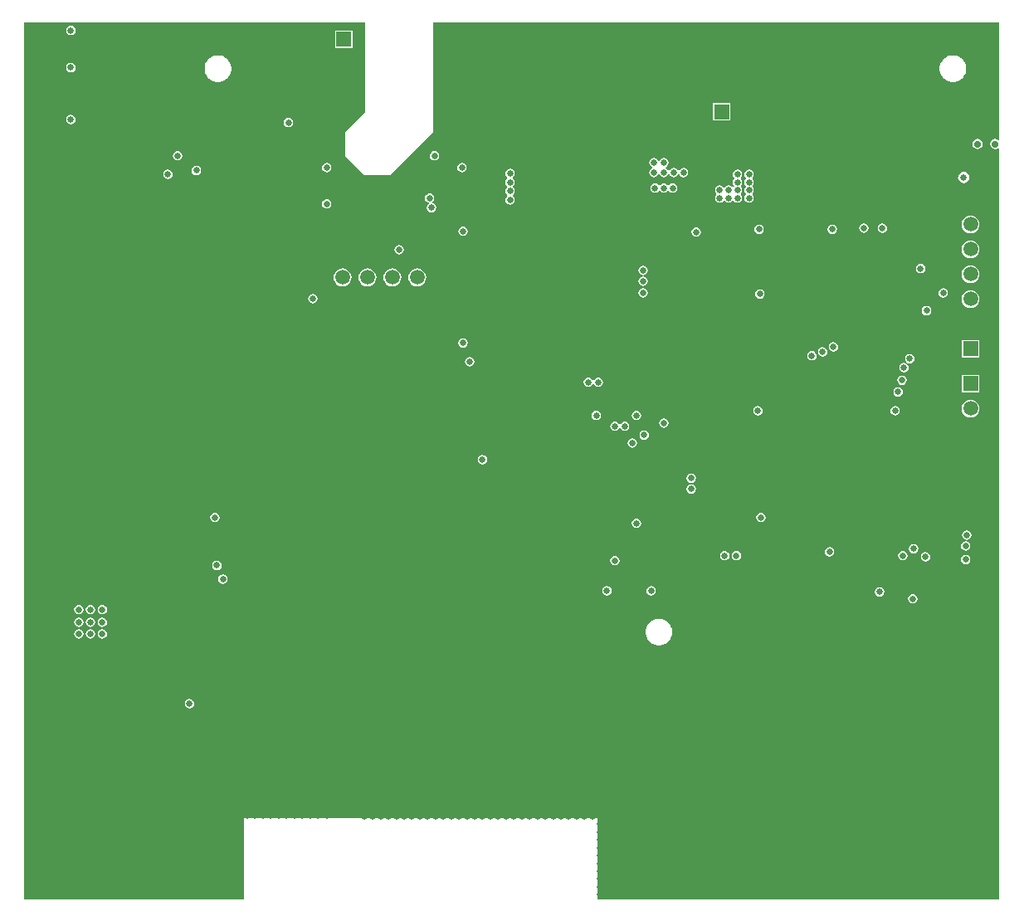
<source format=gbr>
%TF.GenerationSoftware,Altium Limited,Altium Designer,20.2.6 (244)*%
G04 Layer_Physical_Order=2*
G04 Layer_Color=36540*
%FSLAX45Y45*%
%MOMM*%
%TF.SameCoordinates,65E78103-6D03-462D-AAE3-041F84C347C7*%
%TF.FilePolarity,Positive*%
%TF.FileFunction,Copper,L2,Inr,Signal*%
%TF.Part,Single*%
G01*
G75*
%TA.AperFunction,Conductor*%
%ADD76C,0.30000*%
%TA.AperFunction,ComponentPad*%
%ADD80R,1.50000X1.50000*%
%ADD81C,1.50000*%
%ADD82C,0.70000*%
%ADD83R,1.50000X1.50000*%
%TA.AperFunction,ViaPad*%
%ADD84C,0.65000*%
G36*
X9974512Y7776301D02*
X9961812Y7770081D01*
X9949899Y7778041D01*
X9930000Y7781999D01*
X9910101Y7778041D01*
X9893231Y7766769D01*
X9881959Y7749899D01*
X9878001Y7730000D01*
X9881959Y7710101D01*
X9893231Y7693231D01*
X9910101Y7681959D01*
X9930000Y7678001D01*
X9949899Y7681959D01*
X9961812Y7689919D01*
X9974512Y7683699D01*
Y7100000D01*
D01*
X9974512Y25488D01*
X5870000D01*
Y850000D01*
X2270000D01*
Y25488D01*
X25488D01*
Y7100001D01*
Y8974511D01*
X3500000D01*
Y8050000D01*
X3300000Y7850000D01*
Y7600000D01*
X3490000Y7410000D01*
X3760000Y7410000D01*
X4200000Y7850000D01*
Y8974511D01*
X9974512D01*
Y7776301D01*
D02*
G37*
%LPC*%
G36*
X500000Y8938431D02*
X481466Y8934744D01*
X465754Y8924246D01*
X455256Y8908534D01*
X451569Y8890000D01*
X455256Y8871466D01*
X465754Y8855754D01*
X481466Y8845256D01*
X500000Y8841569D01*
X518534Y8845256D01*
X534246Y8855754D01*
X544744Y8871466D01*
X548431Y8890000D01*
X544744Y8908534D01*
X534246Y8924246D01*
X518534Y8934744D01*
X500000Y8938431D01*
D02*
G37*
G36*
X3374000Y8890000D02*
X3194000D01*
Y8710000D01*
X3374000D01*
Y8890000D01*
D02*
G37*
G36*
X500000Y8558431D02*
X481466Y8554744D01*
X465754Y8544246D01*
X455256Y8528534D01*
X451569Y8510000D01*
X455256Y8491466D01*
X465754Y8475754D01*
X481466Y8465256D01*
X500000Y8461569D01*
X518534Y8465256D01*
X534246Y8475754D01*
X544744Y8491466D01*
X548431Y8510000D01*
X544744Y8528534D01*
X534246Y8544246D01*
X518534Y8554744D01*
X500000Y8558431D01*
D02*
G37*
G36*
X9510834Y8635490D02*
X9489166D01*
X9486704Y8635000D01*
X9484193D01*
X9462941Y8630773D01*
X9460622Y8629812D01*
X9458160Y8629322D01*
X9438141Y8621030D01*
X9436054Y8619636D01*
X9433734Y8618675D01*
X9415718Y8606636D01*
X9413943Y8604861D01*
X9411855Y8603466D01*
X9396533Y8588145D01*
X9395138Y8586057D01*
X9393363Y8584282D01*
X9381325Y8566266D01*
X9380365Y8563947D01*
X9378970Y8561859D01*
X9370678Y8541840D01*
X9370188Y8539378D01*
X9369227Y8537058D01*
X9365000Y8515806D01*
Y8513296D01*
X9364510Y8510834D01*
Y8489166D01*
X9365000Y8486704D01*
Y8484193D01*
X9369227Y8462941D01*
X9370188Y8460622D01*
X9370678Y8458160D01*
X9378970Y8438141D01*
X9380364Y8436054D01*
X9381325Y8433734D01*
X9393363Y8415718D01*
X9395138Y8413943D01*
X9396533Y8411855D01*
X9411855Y8396533D01*
X9413943Y8395138D01*
X9415718Y8393363D01*
X9433734Y8381325D01*
X9436053Y8380365D01*
X9438141Y8378970D01*
X9458159Y8370678D01*
X9460622Y8370188D01*
X9462941Y8369227D01*
X9484193Y8365000D01*
X9486704D01*
X9489166Y8364510D01*
X9510834D01*
X9513296Y8365000D01*
X9515806D01*
X9537058Y8369227D01*
X9539378Y8370188D01*
X9541840Y8370678D01*
X9561859Y8378970D01*
X9563946Y8380364D01*
X9566266Y8381325D01*
X9584282Y8393363D01*
X9586057Y8395138D01*
X9588145Y8396533D01*
X9603466Y8411855D01*
X9604861Y8413943D01*
X9606636Y8415718D01*
X9618674Y8433734D01*
X9619635Y8436053D01*
X9621030Y8438141D01*
X9629322Y8458159D01*
X9629812Y8460622D01*
X9630773Y8462941D01*
X9635000Y8484193D01*
Y8486704D01*
X9635490Y8489166D01*
Y8510834D01*
X9635000Y8513296D01*
Y8515807D01*
X9630773Y8537059D01*
X9629812Y8539378D01*
X9629322Y8541840D01*
X9621030Y8561859D01*
X9619636Y8563946D01*
X9618675Y8566266D01*
X9606636Y8584282D01*
X9604861Y8586057D01*
X9603466Y8588145D01*
X9588145Y8603466D01*
X9586057Y8604861D01*
X9584282Y8606636D01*
X9566266Y8618674D01*
X9563947Y8619635D01*
X9561859Y8621030D01*
X9541840Y8629322D01*
X9539378Y8629812D01*
X9537059Y8630773D01*
X9515807Y8635000D01*
X9513296D01*
X9510834Y8635490D01*
D02*
G37*
G36*
X2010834D02*
X1989166D01*
X1986704Y8635000D01*
X1984193D01*
X1962941Y8630773D01*
X1960622Y8629812D01*
X1958160Y8629322D01*
X1938141Y8621030D01*
X1936054Y8619636D01*
X1933734Y8618675D01*
X1915718Y8606636D01*
X1913943Y8604861D01*
X1911855Y8603466D01*
X1896533Y8588145D01*
X1895138Y8586057D01*
X1893363Y8584282D01*
X1881325Y8566266D01*
X1880365Y8563947D01*
X1878970Y8561859D01*
X1870678Y8541840D01*
X1870188Y8539378D01*
X1869227Y8537058D01*
X1865000Y8515806D01*
Y8513296D01*
X1864510Y8510834D01*
Y8489166D01*
X1865000Y8486704D01*
Y8484193D01*
X1869227Y8462941D01*
X1870188Y8460622D01*
X1870678Y8458160D01*
X1878970Y8438141D01*
X1880364Y8436054D01*
X1881325Y8433734D01*
X1893363Y8415718D01*
X1895138Y8413943D01*
X1896533Y8411855D01*
X1911855Y8396533D01*
X1913943Y8395138D01*
X1915718Y8393363D01*
X1933734Y8381325D01*
X1936053Y8380365D01*
X1938141Y8378970D01*
X1958159Y8370678D01*
X1960622Y8370188D01*
X1962941Y8369227D01*
X1984193Y8365000D01*
X1986704D01*
X1989166Y8364510D01*
X2010834D01*
X2013296Y8365000D01*
X2015806D01*
X2037058Y8369227D01*
X2039378Y8370188D01*
X2041840Y8370678D01*
X2061859Y8378970D01*
X2063946Y8380364D01*
X2066266Y8381325D01*
X2084282Y8393363D01*
X2086057Y8395138D01*
X2088145Y8396533D01*
X2103466Y8411855D01*
X2104861Y8413943D01*
X2106636Y8415718D01*
X2118674Y8433734D01*
X2119635Y8436053D01*
X2121030Y8438141D01*
X2129322Y8458159D01*
X2129812Y8460622D01*
X2130773Y8462941D01*
X2135000Y8484193D01*
Y8486704D01*
X2135490Y8489166D01*
Y8510834D01*
X2135000Y8513296D01*
Y8515807D01*
X2130773Y8537059D01*
X2129812Y8539378D01*
X2129322Y8541840D01*
X2121030Y8561859D01*
X2119636Y8563946D01*
X2118675Y8566266D01*
X2106636Y8584282D01*
X2104861Y8586057D01*
X2103466Y8588145D01*
X2088145Y8603466D01*
X2086057Y8604861D01*
X2084282Y8606636D01*
X2066266Y8618674D01*
X2063947Y8619635D01*
X2061859Y8621030D01*
X2041840Y8629322D01*
X2039378Y8629812D01*
X2037059Y8630773D01*
X2015807Y8635000D01*
X2013296D01*
X2010834Y8635490D01*
D02*
G37*
G36*
X7230000Y8150000D02*
X7050000D01*
Y7970000D01*
X7230000D01*
Y8150000D01*
D02*
G37*
G36*
X500000Y8028430D02*
X481466Y8024744D01*
X465754Y8014245D01*
X455256Y7998533D01*
X451569Y7980000D01*
X455256Y7961466D01*
X465754Y7945754D01*
X481466Y7935256D01*
X500000Y7931569D01*
X518534Y7935256D01*
X534246Y7945754D01*
X544744Y7961466D01*
X548431Y7980000D01*
X544744Y7998533D01*
X534246Y8014245D01*
X518534Y8024744D01*
X500000Y8028430D01*
D02*
G37*
G36*
X2720000Y7998431D02*
X2701466Y7994744D01*
X2685754Y7984246D01*
X2675256Y7968534D01*
X2671569Y7950000D01*
X2675256Y7931466D01*
X2685754Y7915755D01*
X2701466Y7905256D01*
X2720000Y7901569D01*
X2738534Y7905256D01*
X2754245Y7915755D01*
X2764744Y7931466D01*
X2768431Y7950000D01*
X2764744Y7968534D01*
X2754245Y7984246D01*
X2738534Y7994744D01*
X2720000Y7998431D01*
D02*
G37*
G36*
X9750000Y7781999D02*
X9730101Y7778041D01*
X9713231Y7766769D01*
X9701959Y7749899D01*
X9698001Y7730000D01*
X9701959Y7710101D01*
X9713231Y7693231D01*
X9730101Y7681959D01*
X9750000Y7678001D01*
X9769899Y7681959D01*
X9786769Y7693231D01*
X9798041Y7710101D01*
X9801999Y7730000D01*
X9798041Y7749899D01*
X9786769Y7766769D01*
X9769899Y7778041D01*
X9750000Y7781999D01*
D02*
G37*
G36*
X4210000Y7658431D02*
X4191466Y7654744D01*
X4175754Y7644246D01*
X4165256Y7628534D01*
X4161569Y7610000D01*
X4165256Y7591466D01*
X4175754Y7575754D01*
X4191466Y7565256D01*
X4210000Y7561569D01*
X4228534Y7565256D01*
X4244246Y7575754D01*
X4254744Y7591466D01*
X4258431Y7610000D01*
X4254744Y7628534D01*
X4244246Y7644246D01*
X4228534Y7654744D01*
X4210000Y7658431D01*
D02*
G37*
G36*
X1590000D02*
X1571467Y7654744D01*
X1555755Y7644246D01*
X1545256Y7628534D01*
X1541569Y7610000D01*
X1545256Y7591466D01*
X1555755Y7575754D01*
X1571467Y7565256D01*
X1590000Y7561569D01*
X1608534Y7565256D01*
X1624246Y7575754D01*
X1634744Y7591466D01*
X1638431Y7610000D01*
X1634744Y7628534D01*
X1624246Y7644246D01*
X1608534Y7654744D01*
X1590000Y7658431D01*
D02*
G37*
G36*
X6550000Y7588431D02*
X6531466Y7584744D01*
X6515755Y7574245D01*
X6507056Y7561227D01*
X6502394Y7560207D01*
X6497606D01*
X6492944Y7561227D01*
X6484246Y7574245D01*
X6468534Y7584744D01*
X6450000Y7588431D01*
X6431466Y7584744D01*
X6415755Y7574245D01*
X6405256Y7558534D01*
X6401569Y7540000D01*
X6405256Y7521466D01*
X6415755Y7505754D01*
X6428773Y7497056D01*
X6429792Y7492395D01*
Y7487605D01*
X6428773Y7482944D01*
X6415755Y7474246D01*
X6405256Y7458534D01*
X6401569Y7440000D01*
X6405256Y7421466D01*
X6412918Y7410000D01*
D01*
X6415755Y7405755D01*
X6431466Y7395256D01*
X6450000Y7391569D01*
X6468534Y7395256D01*
X6484246Y7405755D01*
X6492944Y7418773D01*
X6497606Y7419793D01*
X6502394D01*
X6507056Y7418773D01*
X6512918Y7409999D01*
X6515755Y7405755D01*
X6531466Y7395256D01*
X6550000Y7391569D01*
X6568534Y7395256D01*
X6584246Y7405755D01*
X6592944Y7418773D01*
X6597605Y7419792D01*
X6602395D01*
X6607056Y7418773D01*
X6612918Y7409999D01*
D01*
X6615754Y7405755D01*
X6631466Y7395256D01*
X6650000Y7391569D01*
X6668534Y7395256D01*
X6684245Y7405755D01*
D01*
X6687082Y7409999D01*
X6692944Y7418773D01*
X6697606Y7419793D01*
X6702394D01*
X6707056Y7418773D01*
X6712918Y7409999D01*
D01*
X6715754Y7405755D01*
X6731466Y7395256D01*
X6750000Y7391569D01*
X6768534Y7395256D01*
X6784246Y7405755D01*
D01*
X6787082Y7409999D01*
D01*
X6794744Y7421466D01*
X6798431Y7440000D01*
X6794744Y7458534D01*
X6784246Y7474246D01*
X6768534Y7484744D01*
X6750000Y7488431D01*
X6731466Y7484744D01*
X6715754Y7474246D01*
X6707056Y7461227D01*
X6702394Y7460208D01*
X6697606D01*
X6692944Y7461227D01*
X6684245Y7474246D01*
X6668534Y7484744D01*
X6650000Y7488431D01*
X6631466Y7484744D01*
X6615754Y7474246D01*
X6607056Y7461228D01*
X6602395Y7460208D01*
X6597605D01*
X6592944Y7461228D01*
X6584246Y7474246D01*
X6571228Y7482944D01*
X6570208Y7487605D01*
Y7492395D01*
X6571228Y7497056D01*
X6584246Y7505754D01*
X6594744Y7521466D01*
X6598431Y7540000D01*
X6594744Y7558534D01*
X6584246Y7574245D01*
X6568534Y7584744D01*
X6550000Y7588431D01*
D02*
G37*
G36*
X4490000Y7538431D02*
X4471466Y7534744D01*
X4455754Y7524246D01*
X4445256Y7508534D01*
X4441569Y7490000D01*
X4445256Y7471466D01*
X4455754Y7455754D01*
X4471466Y7445256D01*
X4490000Y7441569D01*
X4508534Y7445256D01*
X4524245Y7455754D01*
X4534744Y7471466D01*
X4538431Y7490000D01*
X4534744Y7508534D01*
X4524245Y7524246D01*
X4508534Y7534744D01*
X4490000Y7538431D01*
D02*
G37*
G36*
X3110000D02*
X3091466Y7534744D01*
X3075754Y7524246D01*
X3065256Y7508534D01*
X3061569Y7490000D01*
X3065256Y7471466D01*
X3075754Y7455754D01*
X3091466Y7445256D01*
X3110000Y7441569D01*
X3128533Y7445256D01*
X3144245Y7455754D01*
X3154744Y7471466D01*
X3158431Y7490000D01*
X3154744Y7508534D01*
X3144245Y7524246D01*
X3128533Y7534744D01*
X3110000Y7538431D01*
D02*
G37*
G36*
X1780000Y7508430D02*
X1761466Y7504744D01*
X1745754Y7494245D01*
X1735256Y7478533D01*
X1731569Y7460000D01*
X1735256Y7441466D01*
X1745754Y7425754D01*
X1761466Y7415256D01*
X1780000Y7411569D01*
X1798534Y7415256D01*
X1814246Y7425754D01*
X1824744Y7441466D01*
X1828431Y7460000D01*
X1824744Y7478533D01*
X1814246Y7494245D01*
X1798534Y7504744D01*
X1780000Y7508430D01*
D02*
G37*
G36*
X7300000Y7468431D02*
X7281466Y7464744D01*
X7265754Y7454245D01*
X7255256Y7438534D01*
X7251569Y7420000D01*
X7253559Y7409999D01*
D01*
X7255256Y7401466D01*
X7265754Y7385755D01*
Y7374245D01*
X7255256Y7358533D01*
X7251569Y7340000D01*
X7255256Y7321466D01*
X7265754Y7305755D01*
Y7300990D01*
X7258571Y7293378D01*
X7244245Y7294246D01*
X7228534Y7304744D01*
X7210000Y7308431D01*
X7191466Y7304744D01*
X7175755Y7294246D01*
X7172637Y7289580D01*
X7157363D01*
X7154246Y7294246D01*
X7138534Y7304744D01*
X7120000Y7308431D01*
X7101466Y7304744D01*
X7085754Y7294246D01*
X7075256Y7278534D01*
X7071569Y7260000D01*
X7075256Y7241466D01*
X7085754Y7225754D01*
X7086320Y7225376D01*
Y7221564D01*
D01*
Y7212973D01*
X7084994Y7210988D01*
D01*
X7075822Y7197261D01*
X7072135Y7178728D01*
X7075822Y7160194D01*
X7086320Y7144482D01*
X7102032Y7133983D01*
X7120566Y7130297D01*
X7139099Y7133983D01*
X7154811Y7144482D01*
X7158071Y7149360D01*
X7173345D01*
X7175755Y7145755D01*
X7191466Y7135256D01*
X7210000Y7131569D01*
X7228534Y7135256D01*
X7244246Y7145755D01*
X7247363Y7150420D01*
X7262637D01*
X7265754Y7145754D01*
X7281466Y7135256D01*
X7300000Y7131569D01*
X7318533Y7135256D01*
X7334245Y7145754D01*
X7344744Y7161466D01*
X7348431Y7180000D01*
X7344744Y7198533D01*
X7334245Y7214245D01*
Y7225755D01*
X7344744Y7241466D01*
X7348431Y7260000D01*
X7344744Y7278534D01*
X7334245Y7294245D01*
Y7305755D01*
X7344744Y7321466D01*
X7348431Y7340000D01*
X7344744Y7358533D01*
X7334245Y7374245D01*
Y7385755D01*
X7344744Y7401466D01*
X7345597Y7405755D01*
X7346441Y7409999D01*
D01*
X7348431Y7420000D01*
X7344744Y7438534D01*
X7334245Y7454245D01*
X7318533Y7464744D01*
X7300000Y7468431D01*
D02*
G37*
G36*
X1490000D02*
X1471466Y7464744D01*
X1455755Y7454245D01*
X1445256Y7438534D01*
X1441569Y7420000D01*
X1443558Y7410000D01*
D01*
X1445256Y7401466D01*
X1455755Y7385754D01*
X1471466Y7375256D01*
X1490000Y7371569D01*
X1508534Y7375256D01*
X1524246Y7385754D01*
X1534744Y7401466D01*
X1538431Y7420000D01*
X1534744Y7438534D01*
X1524246Y7454245D01*
X1508534Y7464744D01*
X1490000Y7468431D01*
D02*
G37*
G36*
X9610000Y7448626D02*
X9587565Y7444164D01*
X9568545Y7431455D01*
X9555836Y7412435D01*
X9553399Y7400182D01*
D01*
X9551374Y7390000D01*
X9555836Y7367565D01*
X9568545Y7348545D01*
X9587565Y7335836D01*
X9610000Y7331373D01*
X9632435Y7335836D01*
X9651455Y7348545D01*
X9664164Y7367565D01*
X9668627Y7390000D01*
X9668102Y7392637D01*
X9666601Y7400182D01*
D01*
X9664164Y7412435D01*
X9651455Y7431455D01*
X9632435Y7444164D01*
X9610000Y7448626D01*
D02*
G37*
G36*
X6640000Y7328431D02*
X6621466Y7324744D01*
X6605754Y7314245D01*
X6602637Y7309581D01*
X6587363D01*
X6584246Y7314245D01*
X6568534Y7324744D01*
X6550000Y7328431D01*
X6531466Y7324744D01*
X6515755Y7314245D01*
X6512637Y7309580D01*
X6497363D01*
X6494246Y7314245D01*
X6478534Y7324744D01*
X6460000Y7328431D01*
X6441466Y7324744D01*
X6425754Y7314245D01*
X6415256Y7298534D01*
X6411569Y7280000D01*
X6415256Y7261466D01*
X6425754Y7245754D01*
X6441466Y7235256D01*
X6460000Y7231569D01*
X6478534Y7235256D01*
X6494246Y7245754D01*
X6497363Y7250420D01*
X6512637D01*
X6515755Y7245754D01*
X6531466Y7235256D01*
X6550000Y7231569D01*
X6568534Y7235256D01*
X6584246Y7245754D01*
X6587363Y7250419D01*
X6602637D01*
X6605754Y7245754D01*
X6621466Y7235256D01*
X6640000Y7231569D01*
X6658534Y7235256D01*
X6674245Y7245754D01*
X6684744Y7261466D01*
X6688431Y7280000D01*
X6684744Y7298534D01*
X6674245Y7314245D01*
X6658534Y7324744D01*
X6640000Y7328431D01*
D02*
G37*
G36*
X7420000Y7468431D02*
X7401466Y7464744D01*
X7385754Y7454245D01*
X7375256Y7438534D01*
X7371569Y7420000D01*
X7373559Y7409999D01*
D01*
X7375256Y7401466D01*
X7385754Y7385755D01*
Y7374245D01*
X7375256Y7358533D01*
X7371569Y7340000D01*
X7375256Y7321466D01*
X7385754Y7305755D01*
Y7294245D01*
X7375256Y7278534D01*
X7371569Y7260000D01*
X7375256Y7241466D01*
X7385754Y7225755D01*
Y7214245D01*
X7375256Y7198533D01*
X7371569Y7180000D01*
X7375256Y7161466D01*
X7385754Y7145754D01*
X7401466Y7135256D01*
X7420000Y7131569D01*
X7438534Y7135256D01*
X7454245Y7145754D01*
X7464744Y7161466D01*
X7468431Y7180000D01*
X7464744Y7198533D01*
X7454245Y7214245D01*
Y7225755D01*
X7464744Y7241466D01*
X7468431Y7260000D01*
X7464744Y7278534D01*
X7454245Y7294245D01*
Y7305755D01*
X7464744Y7321466D01*
X7468431Y7340000D01*
X7464744Y7358533D01*
X7454245Y7374245D01*
Y7385755D01*
X7464744Y7401466D01*
X7465597Y7405755D01*
X7466441Y7409999D01*
X7468431Y7420000D01*
X7464744Y7438534D01*
X7454245Y7454245D01*
X7438534Y7464744D01*
X7420000Y7468431D01*
D02*
G37*
G36*
X4980000Y7478431D02*
X4961466Y7474744D01*
X4945754Y7464246D01*
X4935256Y7448534D01*
X4931569Y7430000D01*
X4935256Y7411467D01*
X4945754Y7395755D01*
X4950420Y7392637D01*
Y7377363D01*
X4945754Y7374246D01*
X4935256Y7358534D01*
X4931569Y7340000D01*
X4935256Y7321466D01*
X4945754Y7305755D01*
X4950420Y7302637D01*
Y7287363D01*
X4945754Y7284246D01*
X4935256Y7268534D01*
X4931569Y7250000D01*
X4935256Y7231466D01*
X4945754Y7215754D01*
X4950420Y7212637D01*
Y7197363D01*
X4945754Y7194245D01*
X4935256Y7178534D01*
X4931569Y7160000D01*
X4935256Y7141466D01*
X4945754Y7125754D01*
X4961466Y7115256D01*
X4973475Y7112867D01*
D01*
X4980000Y7111569D01*
X4998534Y7115256D01*
X5014245Y7125754D01*
X5024744Y7141466D01*
X5028431Y7160000D01*
X5024744Y7178534D01*
X5014245Y7194245D01*
X5009580Y7197363D01*
Y7212637D01*
X5014245Y7215754D01*
X5024744Y7231466D01*
X5028431Y7250000D01*
X5024744Y7268534D01*
X5014245Y7284246D01*
X5009580Y7287363D01*
Y7302637D01*
X5014245Y7305755D01*
X5024744Y7321466D01*
X5028431Y7340000D01*
X5024744Y7358534D01*
X5014245Y7374246D01*
X5009580Y7377363D01*
Y7392637D01*
X5014245Y7395755D01*
X5020927Y7405755D01*
X5024744Y7411467D01*
X5028431Y7430000D01*
X5024744Y7448534D01*
X5014245Y7464246D01*
X4998534Y7474744D01*
X4980000Y7478431D01*
D02*
G37*
G36*
X4160000Y7228431D02*
X4141466Y7224744D01*
X4125755Y7214246D01*
X4115256Y7198534D01*
X4111569Y7180000D01*
X4115256Y7161467D01*
X4125755Y7145755D01*
X4141466Y7135256D01*
X4151386Y7133283D01*
D01*
D01*
X4154068Y7119801D01*
D01*
D01*
X4145754Y7114246D01*
X4136236Y7100000D01*
D01*
X4135256Y7098534D01*
X4131569Y7080000D01*
X4135256Y7061466D01*
X4145754Y7045755D01*
X4161466Y7035256D01*
X4180000Y7031569D01*
X4198534Y7035256D01*
X4214246Y7045755D01*
X4224744Y7061466D01*
X4228431Y7080000D01*
X4224744Y7098534D01*
X4223764Y7100000D01*
D01*
X4214246Y7114246D01*
X4198534Y7124744D01*
X4188614Y7126717D01*
X4185932Y7140200D01*
D01*
D01*
X4194246Y7145755D01*
X4204744Y7161467D01*
X4208431Y7180000D01*
X4204744Y7198534D01*
X4194246Y7214246D01*
X4178534Y7224744D01*
X4160000Y7228431D01*
D02*
G37*
G36*
X3110000Y7168431D02*
X3091466Y7164744D01*
X3075754Y7154246D01*
X3065256Y7138534D01*
X3061569Y7120000D01*
X3065256Y7101466D01*
X3075754Y7085754D01*
X3091466Y7075256D01*
X3110000Y7071569D01*
X3128533Y7075256D01*
X3144245Y7085754D01*
X3154744Y7101466D01*
X3158431Y7120000D01*
X3154744Y7138534D01*
X3144245Y7154246D01*
X3128533Y7164744D01*
X3110000Y7168431D01*
D02*
G37*
G36*
X8780000Y6918431D02*
X8761466Y6914744D01*
X8745754Y6904246D01*
X8735256Y6888534D01*
X8731569Y6870000D01*
X8735256Y6851466D01*
X8745754Y6835754D01*
X8761466Y6825256D01*
X8780000Y6821569D01*
X8798534Y6825256D01*
X8814246Y6835754D01*
X8824744Y6851466D01*
X8828431Y6870000D01*
X8824744Y6888534D01*
X8814246Y6904246D01*
X8798534Y6914744D01*
X8780000Y6918431D01*
D02*
G37*
G36*
X8590000D02*
X8571466Y6914744D01*
X8555755Y6904246D01*
X8545256Y6888534D01*
X8541569Y6870000D01*
X8545256Y6851466D01*
X8555755Y6835754D01*
X8571466Y6825256D01*
X8590000Y6821569D01*
X8608534Y6825256D01*
X8624246Y6835754D01*
X8634744Y6851466D01*
X8638431Y6870000D01*
X8634744Y6888534D01*
X8624246Y6904246D01*
X8608534Y6914744D01*
X8590000Y6918431D01*
D02*
G37*
G36*
X9680000Y7000776D02*
X9656505Y6997683D01*
X9634612Y6988614D01*
X9615811Y6974188D01*
X9601385Y6955388D01*
X9592317Y6933495D01*
X9589224Y6910000D01*
X9592317Y6886505D01*
X9601385Y6864612D01*
X9615811Y6845811D01*
X9634612Y6831385D01*
X9656505Y6822317D01*
X9680000Y6819224D01*
X9703495Y6822317D01*
X9725388Y6831385D01*
X9744189Y6845811D01*
X9758614Y6864612D01*
X9767683Y6886505D01*
X9770776Y6910000D01*
X9767683Y6933495D01*
X9758614Y6955388D01*
X9744189Y6974188D01*
X9725388Y6988614D01*
X9703495Y6997683D01*
X9680000Y7000776D01*
D02*
G37*
G36*
X8270000Y6908431D02*
X8251466Y6904744D01*
X8235754Y6894246D01*
X8225256Y6878534D01*
X8221569Y6860000D01*
X8225256Y6841466D01*
X8235754Y6825754D01*
X8251466Y6815256D01*
X8270000Y6811569D01*
X8288534Y6815256D01*
X8304246Y6825754D01*
X8314744Y6841466D01*
X8318431Y6860000D01*
X8314744Y6878534D01*
X8304246Y6894246D01*
X8288534Y6904744D01*
X8270000Y6908431D01*
D02*
G37*
G36*
X7520000D02*
X7501466Y6904744D01*
X7485754Y6894246D01*
X7475256Y6878534D01*
X7471569Y6860000D01*
X7475256Y6841466D01*
X7485754Y6825754D01*
X7501466Y6815256D01*
X7520000Y6811569D01*
X7538534Y6815256D01*
X7554245Y6825754D01*
X7564744Y6841466D01*
X7568431Y6860000D01*
X7564744Y6878534D01*
X7554245Y6894246D01*
X7538534Y6904744D01*
X7520000Y6908431D01*
D02*
G37*
G36*
X4500000Y6888431D02*
X4481466Y6884744D01*
X4465754Y6874246D01*
X4455256Y6858534D01*
X4451569Y6840000D01*
X4455256Y6821466D01*
X4465754Y6805754D01*
X4481466Y6795256D01*
X4500000Y6791569D01*
X4518534Y6795256D01*
X4534245Y6805754D01*
X4544744Y6821466D01*
X4548431Y6840000D01*
X4544744Y6858534D01*
X4534245Y6874246D01*
X4518534Y6884744D01*
X4500000Y6888431D01*
D02*
G37*
G36*
X6880000Y6880931D02*
X6861466Y6877244D01*
X6845754Y6866745D01*
X6835256Y6851034D01*
X6831569Y6832500D01*
X6835256Y6813966D01*
X6845754Y6798254D01*
X6861466Y6787756D01*
X6880000Y6784069D01*
X6898534Y6787756D01*
X6914246Y6798254D01*
X6924744Y6813966D01*
X6928431Y6832500D01*
X6924744Y6851034D01*
X6914246Y6866745D01*
X6898534Y6877244D01*
X6880000Y6880931D01*
D02*
G37*
G36*
X3850000Y6698431D02*
X3831466Y6694744D01*
X3815754Y6684245D01*
X3805256Y6668534D01*
X3801569Y6650000D01*
X3805256Y6631466D01*
X3815754Y6615754D01*
X3831466Y6605256D01*
X3850000Y6601569D01*
X3868534Y6605256D01*
X3884245Y6615754D01*
X3894744Y6631466D01*
X3898431Y6650000D01*
X3894744Y6668534D01*
X3884245Y6684245D01*
X3868534Y6694744D01*
X3850000Y6698431D01*
D02*
G37*
G36*
X9680000Y6746776D02*
X9656505Y6743683D01*
X9634612Y6734614D01*
X9615811Y6720188D01*
X9601385Y6701388D01*
X9592317Y6679495D01*
X9589224Y6656000D01*
X9592317Y6632505D01*
X9601385Y6610612D01*
X9615811Y6591811D01*
X9634612Y6577385D01*
X9656505Y6568317D01*
X9680000Y6565224D01*
X9703495Y6568317D01*
X9725388Y6577385D01*
X9744189Y6591811D01*
X9758614Y6610612D01*
X9767683Y6632505D01*
X9770776Y6656000D01*
X9767683Y6679495D01*
X9758614Y6701388D01*
X9744189Y6720188D01*
X9725388Y6734614D01*
X9703495Y6743683D01*
X9680000Y6746776D01*
D02*
G37*
G36*
X9170000Y6508430D02*
X9151466Y6504744D01*
X9135754Y6494245D01*
X9125256Y6478533D01*
X9121569Y6460000D01*
X9125256Y6441466D01*
X9135754Y6425754D01*
X9151466Y6415256D01*
X9170000Y6411569D01*
X9188533Y6415256D01*
X9204245Y6425754D01*
X9214744Y6441466D01*
X9218430Y6460000D01*
X9214744Y6478533D01*
X9204245Y6494245D01*
X9188533Y6504744D01*
X9170000Y6508430D01*
D02*
G37*
G36*
X6340000Y6488431D02*
X6321466Y6484744D01*
X6305754Y6474246D01*
X6295256Y6458534D01*
X6291569Y6440000D01*
X6295256Y6421466D01*
X6305754Y6405755D01*
X6321466Y6395256D01*
X6340000Y6391569D01*
X6358534Y6395256D01*
X6374246Y6405755D01*
X6384744Y6421466D01*
X6388431Y6440000D01*
X6384744Y6458534D01*
X6374246Y6474246D01*
X6358534Y6484744D01*
X6340000Y6488431D01*
D02*
G37*
G36*
X9680000Y6492776D02*
X9656505Y6489683D01*
X9634612Y6480614D01*
X9615811Y6466188D01*
X9601385Y6447388D01*
X9592317Y6425495D01*
X9589224Y6402000D01*
X9592317Y6378505D01*
X9601385Y6356612D01*
X9615811Y6337811D01*
X9634612Y6323385D01*
X9656505Y6314317D01*
X9680000Y6311224D01*
X9703495Y6314317D01*
X9725388Y6323385D01*
X9744189Y6337811D01*
X9758614Y6356612D01*
X9767683Y6378505D01*
X9770776Y6402000D01*
X9767683Y6425495D01*
X9758614Y6447388D01*
X9744189Y6466188D01*
X9725388Y6480614D01*
X9703495Y6489683D01*
X9680000Y6492776D01*
D02*
G37*
G36*
X6340000Y6378431D02*
X6321466Y6374744D01*
X6305754Y6364246D01*
X6295256Y6348534D01*
X6291569Y6330000D01*
X6295256Y6311466D01*
X6305754Y6295754D01*
X6321466Y6285256D01*
X6340000Y6281569D01*
X6358534Y6285256D01*
X6374246Y6295754D01*
X6384744Y6311466D01*
X6388431Y6330000D01*
X6384744Y6348534D01*
X6374246Y6364246D01*
X6358534Y6374744D01*
X6340000Y6378431D01*
D02*
G37*
G36*
X4034000Y6460776D02*
X4010505Y6457683D01*
X3988612Y6448614D01*
X3969811Y6434189D01*
X3955386Y6415388D01*
X3946317Y6393495D01*
X3943224Y6370000D01*
X3946317Y6346505D01*
X3955386Y6324612D01*
X3969811Y6305811D01*
X3988612Y6291385D01*
X4010505Y6282317D01*
X4034000Y6279224D01*
X4057495Y6282317D01*
X4079388Y6291385D01*
X4098189Y6305811D01*
X4112615Y6324612D01*
X4121683Y6346505D01*
X4124776Y6370000D01*
X4121683Y6393495D01*
X4112615Y6415388D01*
X4098189Y6434189D01*
X4079388Y6448614D01*
X4057495Y6457683D01*
X4034000Y6460776D01*
D02*
G37*
G36*
X3780000D02*
X3756505Y6457683D01*
X3734612Y6448614D01*
X3715811Y6434189D01*
X3701386Y6415388D01*
X3692317Y6393495D01*
X3689224Y6370000D01*
X3692317Y6346505D01*
X3701386Y6324612D01*
X3715811Y6305811D01*
X3734612Y6291385D01*
X3756505Y6282317D01*
X3780000Y6279224D01*
X3803495Y6282317D01*
X3825388Y6291385D01*
X3844189Y6305811D01*
X3858615Y6324612D01*
X3867683Y6346505D01*
X3870776Y6370000D01*
X3867683Y6393495D01*
X3858615Y6415388D01*
X3844189Y6434189D01*
X3825388Y6448614D01*
X3803495Y6457683D01*
X3780000Y6460776D01*
D02*
G37*
G36*
X3526000D02*
X3502505Y6457683D01*
X3480612Y6448614D01*
X3461811Y6434189D01*
X3447386Y6415388D01*
X3438317Y6393495D01*
X3435224Y6370000D01*
X3438317Y6346505D01*
X3447386Y6324612D01*
X3461811Y6305811D01*
X3480612Y6291385D01*
X3502505Y6282317D01*
X3526000Y6279224D01*
X3549495Y6282317D01*
X3571388Y6291385D01*
X3590189Y6305811D01*
X3604615Y6324612D01*
X3613683Y6346505D01*
X3616776Y6370000D01*
X3613683Y6393495D01*
X3604615Y6415388D01*
X3590189Y6434189D01*
X3571388Y6448614D01*
X3549495Y6457683D01*
X3526000Y6460776D01*
D02*
G37*
G36*
X3272000D02*
X3248505Y6457683D01*
X3226612Y6448614D01*
X3207811Y6434189D01*
X3193386Y6415388D01*
X3184317Y6393495D01*
X3181224Y6370000D01*
X3184317Y6346505D01*
X3193386Y6324612D01*
X3207811Y6305811D01*
X3226612Y6291385D01*
X3248505Y6282317D01*
X3272000Y6279224D01*
X3295495Y6282317D01*
X3317388Y6291385D01*
X3336189Y6305811D01*
X3350615Y6324612D01*
X3359683Y6346505D01*
X3362776Y6370000D01*
X3359683Y6393495D01*
X3350615Y6415388D01*
X3336189Y6434189D01*
X3317388Y6448614D01*
X3295495Y6457683D01*
X3272000Y6460776D01*
D02*
G37*
G36*
X9400000Y6258931D02*
X9381466Y6255244D01*
X9365754Y6244745D01*
X9355256Y6229034D01*
X9351569Y6210500D01*
X9355256Y6191966D01*
X9365754Y6176254D01*
X9381466Y6165756D01*
X9400000Y6162069D01*
X9418534Y6165756D01*
X9434246Y6176254D01*
X9444744Y6191966D01*
X9448431Y6210500D01*
X9444744Y6229034D01*
X9434246Y6244745D01*
X9418534Y6255244D01*
X9400000Y6258931D01*
D02*
G37*
G36*
X6340000Y6258431D02*
X6321466Y6254744D01*
X6305754Y6244246D01*
X6295256Y6228534D01*
X6291569Y6210000D01*
X6295256Y6191466D01*
X6305754Y6175754D01*
X6321466Y6165256D01*
X6340000Y6161569D01*
X6358534Y6165256D01*
X6374246Y6175754D01*
X6384744Y6191466D01*
X6388431Y6210000D01*
X6384744Y6228534D01*
X6374246Y6244246D01*
X6358534Y6254744D01*
X6340000Y6258431D01*
D02*
G37*
G36*
X7530000Y6248431D02*
X7511466Y6244744D01*
X7495754Y6234246D01*
X7485256Y6218534D01*
X7481569Y6200000D01*
X7485256Y6181466D01*
X7495754Y6165754D01*
X7511466Y6155256D01*
X7530000Y6151569D01*
X7548534Y6155256D01*
X7564245Y6165754D01*
X7574744Y6181466D01*
X7578431Y6200000D01*
X7574744Y6218534D01*
X7564245Y6234246D01*
X7548534Y6244744D01*
X7530000Y6248431D01*
D02*
G37*
G36*
X2970000Y6198431D02*
X2951466Y6194744D01*
X2935754Y6184245D01*
X2925256Y6168534D01*
X2921569Y6150000D01*
X2925256Y6131466D01*
X2935754Y6115754D01*
X2951466Y6105256D01*
X2970000Y6101569D01*
X2988534Y6105256D01*
X3004245Y6115754D01*
X3014744Y6131466D01*
X3018431Y6150000D01*
X3014744Y6168534D01*
X3004245Y6184245D01*
X2988534Y6194744D01*
X2970000Y6198431D01*
D02*
G37*
G36*
X9680000Y6238776D02*
X9656505Y6235683D01*
X9634612Y6226614D01*
X9615811Y6212188D01*
X9601385Y6193388D01*
X9592317Y6171495D01*
X9589224Y6148000D01*
X9592317Y6124505D01*
X9601385Y6102612D01*
X9615811Y6083811D01*
X9634612Y6069385D01*
X9656505Y6060317D01*
X9680000Y6057224D01*
X9703495Y6060317D01*
X9725388Y6069385D01*
X9744189Y6083811D01*
X9758614Y6102612D01*
X9767683Y6124505D01*
X9770776Y6148000D01*
X9767683Y6171495D01*
X9758614Y6193388D01*
X9744189Y6212188D01*
X9725388Y6226614D01*
X9703495Y6235683D01*
X9680000Y6238776D01*
D02*
G37*
G36*
X9230000Y6078431D02*
X9211466Y6074744D01*
X9195755Y6064245D01*
X9185256Y6048533D01*
X9181569Y6030000D01*
X9185256Y6011466D01*
X9195755Y5995754D01*
X9211466Y5985256D01*
X9230000Y5981569D01*
X9248534Y5985256D01*
X9264246Y5995754D01*
X9274744Y6011466D01*
X9278431Y6030000D01*
X9274744Y6048533D01*
X9264246Y6064245D01*
X9248534Y6074744D01*
X9230000Y6078431D01*
D02*
G37*
G36*
X4500000Y5748431D02*
X4481466Y5744744D01*
X4465754Y5734246D01*
X4455256Y5718534D01*
X4451569Y5700000D01*
X4455256Y5681466D01*
X4465754Y5665754D01*
X4481466Y5655256D01*
X4500000Y5651569D01*
X4518534Y5655256D01*
X4534245Y5665754D01*
X4544744Y5681466D01*
X4548431Y5700000D01*
X4544744Y5718534D01*
X4534245Y5734246D01*
X4518534Y5744744D01*
X4500000Y5748431D01*
D02*
G37*
G36*
X8280000Y5708431D02*
X8261466Y5704744D01*
X8245754Y5694245D01*
X8235256Y5678533D01*
X8231569Y5660000D01*
X8235256Y5641466D01*
X8245754Y5625754D01*
X8261466Y5615256D01*
X8280000Y5611569D01*
X8298534Y5615256D01*
X8314245Y5625754D01*
X8324744Y5641466D01*
X8328431Y5660000D01*
X8324744Y5678533D01*
X8314245Y5694245D01*
X8298534Y5704744D01*
X8280000Y5708431D01*
D02*
G37*
G36*
X8170000Y5658431D02*
X8151466Y5654744D01*
X8135754Y5644246D01*
X8125256Y5628534D01*
X8121569Y5610000D01*
X8125256Y5591466D01*
X8135754Y5575754D01*
X8151466Y5565256D01*
X8170000Y5561569D01*
X8188534Y5565256D01*
X8204245Y5575754D01*
X8214744Y5591466D01*
X8218431Y5610000D01*
X8214744Y5628534D01*
X8204245Y5644246D01*
X8188534Y5654744D01*
X8170000Y5658431D01*
D02*
G37*
G36*
X9770000Y5730000D02*
X9590000D01*
Y5550000D01*
X9770000D01*
Y5730000D01*
D02*
G37*
G36*
X8060000Y5618430D02*
X8041466Y5614744D01*
X8025754Y5604245D01*
X8015256Y5588533D01*
X8011569Y5570000D01*
X8015256Y5551466D01*
X8025754Y5535754D01*
X8041466Y5525256D01*
X8060000Y5521569D01*
X8078534Y5525256D01*
X8094245Y5535754D01*
X8104744Y5551466D01*
X8108431Y5570000D01*
X8104744Y5588533D01*
X8094245Y5604245D01*
X8078534Y5614744D01*
X8060000Y5618430D01*
D02*
G37*
G36*
X9060000Y5588431D02*
X9041466Y5584744D01*
X9025754Y5574245D01*
X9015256Y5558533D01*
X9011569Y5540000D01*
X9015256Y5521466D01*
X9025754Y5505754D01*
X9041466Y5495256D01*
X9060000Y5491569D01*
X9078534Y5495256D01*
X9094245Y5505754D01*
X9104744Y5521466D01*
X9108431Y5540000D01*
X9104744Y5558533D01*
X9094245Y5574245D01*
X9078534Y5584744D01*
X9060000Y5588431D01*
D02*
G37*
G36*
X4570000Y5558431D02*
X4551466Y5554744D01*
X4535754Y5544245D01*
X4525256Y5528534D01*
X4521569Y5510000D01*
X4525256Y5491466D01*
X4535754Y5475754D01*
X4551466Y5465256D01*
X4570000Y5461569D01*
X4588534Y5465256D01*
X4604246Y5475754D01*
X4614744Y5491466D01*
X4618431Y5510000D01*
X4614744Y5528534D01*
X4604246Y5544245D01*
X4588534Y5554744D01*
X4570000Y5558431D01*
D02*
G37*
G36*
X9000000Y5498431D02*
X8981466Y5494744D01*
X8965754Y5484246D01*
X8955256Y5468534D01*
X8951569Y5450000D01*
X8955256Y5431466D01*
X8965754Y5415754D01*
X8981466Y5405256D01*
X9000000Y5401569D01*
X9018534Y5405256D01*
X9034246Y5415754D01*
X9044744Y5431466D01*
X9048431Y5450000D01*
X9044744Y5468534D01*
X9034246Y5484246D01*
X9018534Y5494744D01*
X9000000Y5498431D01*
D02*
G37*
G36*
X5880000Y5348431D02*
X5861466Y5344744D01*
X5845754Y5334246D01*
X5837056Y5321228D01*
X5832395Y5320208D01*
X5827605D01*
X5822944Y5321228D01*
X5814246Y5334246D01*
X5798534Y5344744D01*
X5780000Y5348431D01*
X5761467Y5344744D01*
X5745755Y5334246D01*
X5735256Y5318534D01*
X5731569Y5300000D01*
X5735256Y5281466D01*
X5745755Y5265755D01*
X5761467Y5255256D01*
X5780000Y5251569D01*
X5798534Y5255256D01*
X5814246Y5265755D01*
X5822944Y5278773D01*
X5827605Y5279792D01*
X5832395D01*
X5837056Y5278773D01*
X5845754Y5265755D01*
X5861466Y5255256D01*
X5880000Y5251569D01*
X5898534Y5255256D01*
X5914245Y5265755D01*
X5924744Y5281466D01*
X5928431Y5300000D01*
X5924744Y5318534D01*
X5914245Y5334246D01*
X5898534Y5344744D01*
X5880000Y5348431D01*
D02*
G37*
G36*
X8980000Y5368431D02*
X8961466Y5364744D01*
X8945755Y5354246D01*
X8935256Y5338534D01*
X8931569Y5320000D01*
X8935256Y5301466D01*
X8945755Y5285754D01*
X8961466Y5275256D01*
X8980000Y5271569D01*
X8998534Y5275256D01*
X9014246Y5285754D01*
X9024744Y5301466D01*
X9028431Y5320000D01*
X9024744Y5338534D01*
X9014246Y5354246D01*
X8998534Y5364744D01*
X8980000Y5368431D01*
D02*
G37*
G36*
X9770000Y5374000D02*
X9590000D01*
Y5194000D01*
X9770000D01*
Y5374000D01*
D02*
G37*
G36*
X8940000Y5248431D02*
X8921466Y5244744D01*
X8905754Y5234246D01*
X8895256Y5218534D01*
X8891569Y5200000D01*
X8895256Y5181466D01*
X8905754Y5165754D01*
X8921466Y5155256D01*
X8940000Y5151569D01*
X8958534Y5155256D01*
X8974245Y5165754D01*
X8984744Y5181466D01*
X8988431Y5200000D01*
X8984744Y5218534D01*
X8974245Y5234246D01*
X8958534Y5244744D01*
X8940000Y5248431D01*
D02*
G37*
G36*
X8910000Y5058431D02*
X8891466Y5054744D01*
X8875754Y5044245D01*
X8865256Y5028534D01*
X8861569Y5010000D01*
X8865256Y4991466D01*
X8875754Y4975754D01*
X8891466Y4965256D01*
X8910000Y4961569D01*
X8928534Y4965256D01*
X8944246Y4975754D01*
X8954744Y4991466D01*
X8958431Y5010000D01*
X8954744Y5028534D01*
X8944246Y5044245D01*
X8928534Y5054744D01*
X8910000Y5058431D01*
D02*
G37*
G36*
X7510000D02*
X7491466Y5054744D01*
X7475754Y5044245D01*
X7465256Y5028534D01*
X7461569Y5010000D01*
X7465256Y4991466D01*
X7475754Y4975754D01*
X7491466Y4965256D01*
X7510000Y4961569D01*
X7528534Y4965256D01*
X7544246Y4975754D01*
X7554744Y4991466D01*
X7558431Y5010000D01*
X7554744Y5028534D01*
X7544246Y5044245D01*
X7528534Y5054744D01*
X7510000Y5058431D01*
D02*
G37*
G36*
X9680000Y5120776D02*
X9656505Y5117683D01*
X9634612Y5108614D01*
X9615811Y5094188D01*
X9601385Y5075388D01*
X9592317Y5053495D01*
X9589224Y5030000D01*
X9592317Y5006505D01*
X9601385Y4984612D01*
X9615811Y4965811D01*
X9634612Y4951385D01*
X9656505Y4942317D01*
X9680000Y4939224D01*
X9703495Y4942317D01*
X9725388Y4951385D01*
X9744189Y4965811D01*
X9758614Y4984612D01*
X9767683Y5006505D01*
X9770776Y5030000D01*
X9767683Y5053495D01*
X9758614Y5075388D01*
X9744189Y5094188D01*
X9725388Y5108614D01*
X9703495Y5117683D01*
X9680000Y5120776D01*
D02*
G37*
G36*
X6270000Y5008431D02*
X6251466Y5004744D01*
X6235754Y4994246D01*
X6225256Y4978534D01*
X6221569Y4960000D01*
X6225256Y4941466D01*
X6235754Y4925754D01*
X6251466Y4915256D01*
X6270000Y4911569D01*
X6288534Y4915256D01*
X6304245Y4925754D01*
X6314744Y4941466D01*
X6318431Y4960000D01*
X6314744Y4978534D01*
X6304245Y4994246D01*
X6288534Y5004744D01*
X6270000Y5008431D01*
D02*
G37*
G36*
X5860000D02*
X5841466Y5004744D01*
X5825754Y4994246D01*
X5815256Y4978534D01*
X5811569Y4960000D01*
X5815256Y4941466D01*
X5825754Y4925754D01*
X5841466Y4915256D01*
X5860000Y4911569D01*
X5878534Y4915256D01*
X5894246Y4925754D01*
X5904744Y4941466D01*
X5908431Y4960000D01*
X5904744Y4978534D01*
X5894246Y4994246D01*
X5878534Y5004744D01*
X5860000Y5008431D01*
D02*
G37*
G36*
X6150000Y4898431D02*
X6131466Y4894744D01*
X6115754Y4884246D01*
X6107056Y4871227D01*
X6102395Y4870208D01*
X6097605D01*
X6092944Y4871227D01*
X6084246Y4884246D01*
X6068534Y4894744D01*
X6050000Y4898431D01*
X6031466Y4894744D01*
X6015755Y4884246D01*
X6005256Y4868534D01*
X6001569Y4850000D01*
X6005256Y4831466D01*
X6015755Y4815754D01*
X6031466Y4805256D01*
X6050000Y4801569D01*
X6068534Y4805256D01*
X6084246Y4815754D01*
X6092944Y4828772D01*
X6097605Y4829792D01*
X6102395D01*
X6107056Y4828772D01*
X6115754Y4815754D01*
X6131466Y4805256D01*
X6150000Y4801569D01*
X6168534Y4805256D01*
X6184245Y4815754D01*
X6194744Y4831466D01*
X6198431Y4850000D01*
X6194744Y4868534D01*
X6184245Y4884246D01*
X6168534Y4894744D01*
X6150000Y4898431D01*
D02*
G37*
G36*
X6550000Y4928431D02*
X6531466Y4924744D01*
X6515755Y4914245D01*
X6505256Y4898534D01*
X6501569Y4880000D01*
X6505256Y4861466D01*
X6515755Y4845754D01*
X6531466Y4835256D01*
X6550000Y4831569D01*
X6568534Y4835256D01*
X6584246Y4845754D01*
X6594744Y4861466D01*
X6598431Y4880000D01*
X6594744Y4898534D01*
X6584246Y4914245D01*
X6568534Y4924744D01*
X6550000Y4928431D01*
D02*
G37*
G36*
X6350000Y4808431D02*
X6331466Y4804744D01*
X6315754Y4794245D01*
X6305256Y4778533D01*
X6301569Y4760000D01*
X6305256Y4741466D01*
X6315754Y4725754D01*
X6331466Y4715256D01*
X6350000Y4711569D01*
X6368534Y4715256D01*
X6384246Y4725754D01*
X6394744Y4741466D01*
X6398431Y4760000D01*
X6394744Y4778533D01*
X6384246Y4794245D01*
X6368534Y4804744D01*
X6350000Y4808431D01*
D02*
G37*
G36*
X6230000Y4728431D02*
X6211466Y4724744D01*
X6195754Y4714246D01*
X6185256Y4698534D01*
X6181569Y4680000D01*
X6185256Y4661466D01*
X6195754Y4645754D01*
X6211466Y4635256D01*
X6230000Y4631569D01*
X6248534Y4635256D01*
X6264246Y4645754D01*
X6274744Y4661466D01*
X6278431Y4680000D01*
X6274744Y4698534D01*
X6264246Y4714246D01*
X6248534Y4724744D01*
X6230000Y4728431D01*
D02*
G37*
G36*
X4700000Y4558431D02*
X4681466Y4554744D01*
X4665754Y4544246D01*
X4655256Y4528534D01*
X4651569Y4510000D01*
X4655256Y4491467D01*
X4665754Y4475755D01*
X4681466Y4465256D01*
X4700000Y4461569D01*
X4718534Y4465256D01*
X4734246Y4475755D01*
X4744744Y4491467D01*
X4748431Y4510000D01*
X4744744Y4528534D01*
X4734246Y4544246D01*
X4718534Y4554744D01*
X4700000Y4558431D01*
D02*
G37*
G36*
X6830000Y4368431D02*
X6811466Y4364744D01*
X6795755Y4354246D01*
X6785256Y4338534D01*
X6781569Y4320000D01*
X6785256Y4301466D01*
X6795755Y4285754D01*
X6811466Y4275256D01*
X6830000Y4271569D01*
X6848534Y4275256D01*
X6864246Y4285754D01*
X6874744Y4301466D01*
X6878431Y4320000D01*
X6874744Y4338534D01*
X6864246Y4354246D01*
X6848534Y4364744D01*
X6830000Y4368431D01*
D02*
G37*
G36*
Y4258431D02*
X6811466Y4254744D01*
X6795755Y4244246D01*
X6785256Y4228534D01*
X6781569Y4210000D01*
X6785256Y4191466D01*
X6795755Y4175754D01*
X6811466Y4165256D01*
X6830000Y4161569D01*
X6848534Y4165256D01*
X6864246Y4175754D01*
X6874744Y4191466D01*
X6878431Y4210000D01*
X6874744Y4228534D01*
X6864246Y4244246D01*
X6848534Y4254744D01*
X6830000Y4258431D01*
D02*
G37*
G36*
X1970000Y3968431D02*
X1951467Y3964744D01*
X1935755Y3954246D01*
X1925256Y3938534D01*
X1921569Y3920000D01*
X1925256Y3901466D01*
X1935755Y3885754D01*
X1951467Y3875256D01*
X1970000Y3871569D01*
X1988534Y3875256D01*
X2004246Y3885754D01*
X2014744Y3901466D01*
X2018431Y3920000D01*
X2014744Y3938534D01*
X2004246Y3954246D01*
X1988534Y3964744D01*
X1970000Y3968431D01*
D02*
G37*
G36*
X7540000Y3968430D02*
X7521466Y3964744D01*
X7505754Y3954245D01*
X7495256Y3938533D01*
X7491569Y3920000D01*
X7495256Y3901466D01*
X7505754Y3885754D01*
X7521466Y3875256D01*
X7540000Y3871569D01*
X7558534Y3875256D01*
X7574245Y3885754D01*
X7584744Y3901466D01*
X7588431Y3920000D01*
X7584744Y3938533D01*
X7574245Y3954245D01*
X7558534Y3964744D01*
X7540000Y3968430D01*
D02*
G37*
G36*
X6270000Y3908431D02*
X6251466Y3904744D01*
X6235754Y3894245D01*
X6225256Y3878534D01*
X6221569Y3860000D01*
X6225256Y3841466D01*
X6235754Y3825754D01*
X6251466Y3815256D01*
X6270000Y3811569D01*
X6288534Y3815256D01*
X6304245Y3825754D01*
X6314744Y3841466D01*
X6318431Y3860000D01*
X6314744Y3878534D01*
X6304245Y3894245D01*
X6288534Y3904744D01*
X6270000Y3908431D01*
D02*
G37*
G36*
X9640000Y3788431D02*
X9621466Y3784744D01*
X9605754Y3774245D01*
X9595256Y3758534D01*
X9591569Y3740000D01*
X9595256Y3721466D01*
X9605754Y3705754D01*
X9621466Y3695256D01*
X9640000Y3691569D01*
X9658534Y3695256D01*
X9674246Y3705754D01*
X9684744Y3721466D01*
X9688431Y3740000D01*
X9684744Y3758534D01*
X9674246Y3774245D01*
X9658534Y3784744D01*
X9640000Y3788431D01*
D02*
G37*
G36*
X9630000Y3678431D02*
X9611466Y3674744D01*
X9595754Y3664245D01*
X9585256Y3648533D01*
X9581569Y3630000D01*
X9585256Y3611466D01*
X9595754Y3595754D01*
X9611466Y3585256D01*
X9630000Y3581569D01*
X9648534Y3585256D01*
X9664246Y3595754D01*
X9674744Y3611466D01*
X9678431Y3630000D01*
X9674744Y3648533D01*
X9664246Y3664245D01*
X9648534Y3674744D01*
X9630000Y3678431D01*
D02*
G37*
G36*
X9100000Y3648431D02*
X9081466Y3644744D01*
X9065755Y3634245D01*
X9055256Y3618534D01*
X9051569Y3600000D01*
X9055256Y3581466D01*
X9065755Y3565754D01*
X9081466Y3555256D01*
X9100000Y3551569D01*
X9118534Y3555256D01*
X9134246Y3565754D01*
X9144744Y3581466D01*
X9148431Y3600000D01*
X9144744Y3618534D01*
X9134246Y3634245D01*
X9118534Y3644744D01*
X9100000Y3648431D01*
D02*
G37*
G36*
X8240000Y3618431D02*
X8221466Y3614744D01*
X8205754Y3604246D01*
X8195256Y3588534D01*
X8191569Y3570000D01*
X8195256Y3551466D01*
X8205754Y3535754D01*
X8221466Y3525256D01*
X8240000Y3521569D01*
X8258534Y3525256D01*
X8274246Y3535754D01*
X8284744Y3551466D01*
X8288431Y3570000D01*
X8284744Y3588534D01*
X8274246Y3604246D01*
X8258534Y3614744D01*
X8240000Y3618431D01*
D02*
G37*
G36*
X7290000Y3578431D02*
X7271466Y3574744D01*
X7255754Y3564246D01*
X7245256Y3548534D01*
X7241569Y3530000D01*
X7245256Y3511466D01*
X7255754Y3495755D01*
X7271466Y3485256D01*
X7290000Y3481569D01*
X7308534Y3485256D01*
X7324245Y3495755D01*
X7334744Y3511466D01*
X7338431Y3530000D01*
X7334744Y3548534D01*
X7324245Y3564246D01*
X7308534Y3574744D01*
X7290000Y3578431D01*
D02*
G37*
G36*
X7170000D02*
X7151466Y3574744D01*
X7135754Y3564246D01*
X7125256Y3548534D01*
X7121569Y3530000D01*
X7125256Y3511466D01*
X7135754Y3495755D01*
X7151466Y3485256D01*
X7170000Y3481569D01*
X7188534Y3485256D01*
X7204245Y3495755D01*
X7214744Y3511466D01*
X7218431Y3530000D01*
X7214744Y3548534D01*
X7204245Y3564246D01*
X7188534Y3574744D01*
X7170000Y3578431D01*
D02*
G37*
G36*
X8990000Y3578430D02*
X8971466Y3574744D01*
X8955755Y3564245D01*
X8945256Y3548533D01*
X8941569Y3530000D01*
X8945256Y3511466D01*
X8955755Y3495754D01*
X8971466Y3485256D01*
X8990000Y3481569D01*
X9008534Y3485256D01*
X9024246Y3495754D01*
X9034744Y3511466D01*
X9038431Y3530000D01*
X9034744Y3548533D01*
X9024246Y3564245D01*
X9008534Y3574744D01*
X8990000Y3578430D01*
D02*
G37*
G36*
X9220000Y3568431D02*
X9201466Y3564744D01*
X9185755Y3554245D01*
X9175256Y3538533D01*
X9171569Y3520000D01*
X9175256Y3501466D01*
X9185755Y3485754D01*
X9201466Y3475256D01*
X9220000Y3471569D01*
X9238534Y3475256D01*
X9254246Y3485754D01*
X9264744Y3501466D01*
X9268431Y3520000D01*
X9264744Y3538533D01*
X9254246Y3554245D01*
X9238534Y3564744D01*
X9220000Y3568431D01*
D02*
G37*
G36*
X9630000Y3538431D02*
X9611466Y3534744D01*
X9595754Y3524245D01*
X9585256Y3508533D01*
X9581569Y3490000D01*
X9585256Y3471466D01*
X9595754Y3455754D01*
X9611466Y3445256D01*
X9630000Y3441569D01*
X9648534Y3445256D01*
X9664246Y3455754D01*
X9674744Y3471466D01*
X9678431Y3490000D01*
X9674744Y3508533D01*
X9664246Y3524245D01*
X9648534Y3534744D01*
X9630000Y3538431D01*
D02*
G37*
G36*
X6050000Y3528431D02*
X6031466Y3524744D01*
X6015755Y3514245D01*
X6005256Y3498534D01*
X6001569Y3480000D01*
X6005256Y3461466D01*
X6015755Y3445754D01*
X6031466Y3435256D01*
X6050000Y3431569D01*
X6068534Y3435256D01*
X6084246Y3445754D01*
X6094744Y3461466D01*
X6098431Y3480000D01*
X6094744Y3498534D01*
X6084246Y3514245D01*
X6068534Y3524744D01*
X6050000Y3528431D01*
D02*
G37*
G36*
X1990000Y3478431D02*
X1971466Y3474744D01*
X1955755Y3464246D01*
X1945256Y3448534D01*
X1941569Y3430000D01*
X1945256Y3411466D01*
X1955755Y3395754D01*
X1971466Y3385256D01*
X1990000Y3381569D01*
X2008534Y3385256D01*
X2024246Y3395754D01*
X2034744Y3411466D01*
X2038431Y3430000D01*
X2034744Y3448534D01*
X2024246Y3464246D01*
X2008534Y3474744D01*
X1990000Y3478431D01*
D02*
G37*
G36*
X2050000Y3338431D02*
X2031466Y3334744D01*
X2015754Y3324246D01*
X2005256Y3308534D01*
X2001569Y3290000D01*
X2005256Y3271466D01*
X2015754Y3255754D01*
X2031466Y3245256D01*
X2050000Y3241569D01*
X2068534Y3245256D01*
X2084246Y3255754D01*
X2094744Y3271466D01*
X2098431Y3290000D01*
X2094744Y3308534D01*
X2084246Y3324246D01*
X2068534Y3334744D01*
X2050000Y3338431D01*
D02*
G37*
G36*
X6420000Y3218431D02*
X6401466Y3214744D01*
X6385755Y3204246D01*
X6375256Y3188534D01*
X6371569Y3170000D01*
X6375256Y3151466D01*
X6385755Y3135754D01*
X6401466Y3125256D01*
X6420000Y3121569D01*
X6438534Y3125256D01*
X6454246Y3135754D01*
X6464744Y3151466D01*
X6468431Y3170000D01*
X6464744Y3188534D01*
X6454246Y3204246D01*
X6438534Y3214744D01*
X6420000Y3218431D01*
D02*
G37*
G36*
X5970000D02*
X5951466Y3214744D01*
X5935754Y3204246D01*
X5925256Y3188534D01*
X5921569Y3170000D01*
X5925256Y3151466D01*
X5935754Y3135754D01*
X5951466Y3125256D01*
X5970000Y3121569D01*
X5988534Y3125256D01*
X6004246Y3135754D01*
X6014744Y3151466D01*
X6018431Y3170000D01*
X6014744Y3188534D01*
X6004246Y3204246D01*
X5988534Y3214744D01*
X5970000Y3218431D01*
D02*
G37*
G36*
X8750001Y3208431D02*
X8731467Y3204745D01*
X8715755Y3194246D01*
X8705256Y3178534D01*
X8701570Y3160001D01*
X8705256Y3141467D01*
X8715755Y3125755D01*
X8731467Y3115256D01*
X8750001Y3111570D01*
X8768534Y3115256D01*
X8784246Y3125755D01*
X8794745Y3141467D01*
X8798431Y3160001D01*
X8794745Y3178534D01*
X8784246Y3194246D01*
X8768534Y3204745D01*
X8750001Y3208431D01*
D02*
G37*
G36*
X9090000Y3138431D02*
X9071466Y3134744D01*
X9055754Y3124245D01*
X9045256Y3108534D01*
X9041569Y3090000D01*
X9045256Y3071466D01*
X9055754Y3055754D01*
X9071466Y3045256D01*
X9090000Y3041569D01*
X9108533Y3045256D01*
X9124245Y3055754D01*
X9134744Y3071466D01*
X9138431Y3090000D01*
X9134744Y3108534D01*
X9124245Y3124245D01*
X9108533Y3134744D01*
X9090000Y3138431D01*
D02*
G37*
G36*
X820000Y3028431D02*
X801466Y3024744D01*
X785754Y3014245D01*
X775256Y2998533D01*
X771569Y2980000D01*
X775256Y2961466D01*
X785754Y2945754D01*
X801466Y2935256D01*
X820000Y2931569D01*
X838534Y2935256D01*
X854245Y2945754D01*
X864744Y2961466D01*
X868431Y2980000D01*
X864744Y2998533D01*
X854245Y3014245D01*
X838534Y3024744D01*
X820000Y3028431D01*
D02*
G37*
G36*
X700000D02*
X681467Y3024744D01*
X665755Y3014245D01*
X655256Y2998533D01*
X651569Y2980000D01*
X655256Y2961466D01*
X665755Y2945754D01*
X681467Y2935256D01*
X700000Y2931569D01*
X718534Y2935256D01*
X734246Y2945754D01*
X744744Y2961466D01*
X748431Y2980000D01*
X744744Y2998533D01*
X734246Y3014245D01*
X718534Y3024744D01*
X700000Y3028431D01*
D02*
G37*
G36*
X580000D02*
X561466Y3024744D01*
X545755Y3014245D01*
X535256Y2998533D01*
X531569Y2980000D01*
X535256Y2961466D01*
X545755Y2945754D01*
X561466Y2935256D01*
X580000Y2931569D01*
X598534Y2935256D01*
X614246Y2945754D01*
X624744Y2961466D01*
X628431Y2980000D01*
X624744Y2998533D01*
X614246Y3014245D01*
X598534Y3024744D01*
X580000Y3028431D01*
D02*
G37*
G36*
X820000Y2898431D02*
X801466Y2894744D01*
X785754Y2884245D01*
X775256Y2868534D01*
X771569Y2850000D01*
X775256Y2831466D01*
X785754Y2815754D01*
X801466Y2805256D01*
X820000Y2801569D01*
X838534Y2805256D01*
X854245Y2815754D01*
X864744Y2831466D01*
X868431Y2850000D01*
X864744Y2868534D01*
X854245Y2884245D01*
X838534Y2894744D01*
X820000Y2898431D01*
D02*
G37*
G36*
X700000D02*
X681467Y2894744D01*
X665755Y2884245D01*
X655256Y2868534D01*
X651569Y2850000D01*
X655256Y2831466D01*
X665755Y2815754D01*
X681467Y2805256D01*
X700000Y2801569D01*
X718534Y2805256D01*
X734246Y2815754D01*
X744744Y2831466D01*
X748431Y2850000D01*
X744744Y2868534D01*
X734246Y2884245D01*
X718534Y2894744D01*
X700000Y2898431D01*
D02*
G37*
G36*
X580000D02*
X561466Y2894744D01*
X545755Y2884245D01*
X535256Y2868534D01*
X531569Y2850000D01*
X535256Y2831466D01*
X545755Y2815754D01*
X561466Y2805256D01*
X580000Y2801569D01*
X598534Y2805256D01*
X614246Y2815754D01*
X624744Y2831466D01*
X628431Y2850000D01*
X624744Y2868534D01*
X614246Y2884245D01*
X598534Y2894744D01*
X580000Y2898431D01*
D02*
G37*
G36*
X820000Y2778431D02*
X801466Y2774744D01*
X785754Y2764245D01*
X775256Y2748533D01*
X771569Y2730000D01*
X775256Y2711466D01*
X785754Y2695754D01*
X801466Y2685256D01*
X820000Y2681569D01*
X838534Y2685256D01*
X854245Y2695754D01*
X864744Y2711466D01*
X868431Y2730000D01*
X864744Y2748533D01*
X854245Y2764245D01*
X838534Y2774744D01*
X820000Y2778431D01*
D02*
G37*
G36*
X700000D02*
X681467Y2774744D01*
X665755Y2764245D01*
X655256Y2748533D01*
X651569Y2730000D01*
X655256Y2711466D01*
X665755Y2695754D01*
X681467Y2685256D01*
X700000Y2681569D01*
X718534Y2685256D01*
X734246Y2695754D01*
X744744Y2711466D01*
X748431Y2730000D01*
X744744Y2748533D01*
X734246Y2764245D01*
X718534Y2774744D01*
X700000Y2778431D01*
D02*
G37*
G36*
X580000D02*
X561466Y2774744D01*
X545755Y2764245D01*
X535256Y2748533D01*
X531569Y2730000D01*
X535256Y2711466D01*
X545755Y2695754D01*
X561466Y2685256D01*
X580000Y2681569D01*
X598534Y2685256D01*
X614246Y2695754D01*
X624744Y2711466D01*
X628431Y2730000D01*
X624744Y2748533D01*
X614246Y2764245D01*
X598534Y2774744D01*
X580000Y2778431D01*
D02*
G37*
G36*
X6510834Y2885490D02*
X6489166D01*
X6486704Y2885000D01*
X6484193D01*
X6462941Y2880773D01*
X6460622Y2879812D01*
X6458160Y2879322D01*
X6438141Y2871030D01*
X6436054Y2869636D01*
X6433734Y2868675D01*
X6415718Y2856636D01*
X6413943Y2854861D01*
X6411855Y2853466D01*
X6396533Y2838145D01*
X6395138Y2836057D01*
X6393363Y2834282D01*
X6381325Y2816266D01*
X6380365Y2813947D01*
X6378970Y2811859D01*
X6370678Y2791840D01*
X6370188Y2789378D01*
X6369227Y2787058D01*
X6365000Y2765807D01*
Y2763296D01*
X6364510Y2760834D01*
Y2739166D01*
X6365000Y2736704D01*
Y2734193D01*
X6369227Y2712941D01*
X6370188Y2710622D01*
X6370678Y2708160D01*
X6378970Y2688141D01*
X6380364Y2686054D01*
X6381325Y2683734D01*
X6393363Y2665718D01*
X6395138Y2663943D01*
X6396533Y2661855D01*
X6411855Y2646533D01*
X6413943Y2645138D01*
X6415718Y2643364D01*
X6433734Y2631325D01*
X6436053Y2630365D01*
X6438141Y2628970D01*
X6458159Y2620678D01*
X6460622Y2620188D01*
X6462941Y2619227D01*
X6484193Y2615000D01*
X6486704D01*
X6489166Y2614510D01*
X6510834D01*
X6513296Y2615000D01*
X6515806D01*
X6537058Y2619227D01*
X6539378Y2620188D01*
X6541840Y2620678D01*
X6561859Y2628970D01*
X6563946Y2630364D01*
X6566266Y2631325D01*
X6584282Y2643364D01*
X6586057Y2645138D01*
X6588145Y2646533D01*
X6603466Y2661855D01*
X6604861Y2663943D01*
X6606636Y2665718D01*
X6618674Y2683734D01*
X6619635Y2686053D01*
X6621030Y2688141D01*
X6629322Y2708159D01*
X6629812Y2710622D01*
X6630773Y2712941D01*
X6635000Y2734193D01*
Y2736704D01*
X6635490Y2739166D01*
Y2760834D01*
X6635000Y2763296D01*
Y2765807D01*
X6630773Y2787059D01*
X6629812Y2789378D01*
X6629322Y2791840D01*
X6621030Y2811859D01*
X6619635Y2813946D01*
X6618675Y2816266D01*
X6606636Y2834282D01*
X6604861Y2836057D01*
X6603466Y2838145D01*
X6588145Y2853466D01*
X6586057Y2854861D01*
X6584282Y2856636D01*
X6566266Y2868674D01*
X6563947Y2869635D01*
X6561859Y2871030D01*
X6541840Y2879322D01*
X6539378Y2879812D01*
X6537059Y2880773D01*
X6515807Y2885000D01*
X6513296D01*
X6510834Y2885490D01*
D02*
G37*
G36*
X1710000Y2068431D02*
X1691466Y2064744D01*
X1675754Y2054246D01*
X1665256Y2038534D01*
X1661569Y2020000D01*
X1665256Y2001466D01*
X1675754Y1985754D01*
X1691466Y1975256D01*
X1710000Y1971569D01*
X1728533Y1975256D01*
X1744245Y1985754D01*
X1754744Y2001466D01*
X1758431Y2020000D01*
X1754744Y2038534D01*
X1744245Y2054246D01*
X1728533Y2064744D01*
X1710000Y2068431D01*
D02*
G37*
%LPD*%
D76*
X5260000Y7389471D02*
Y7760000D01*
X5230000Y7359471D02*
X5260000Y7389471D01*
X5230000Y7350000D02*
Y7359471D01*
D80*
X7140000Y8060000D02*
D03*
X4288000Y6370000D02*
D03*
X3284000Y8800000D02*
D03*
D81*
X6886000Y8060000D02*
D03*
X3272000Y6370000D02*
D03*
X3526000D02*
D03*
X3780000D02*
D03*
X4034000D02*
D03*
X3030000Y8800000D02*
D03*
X9680000Y4776000D02*
D03*
Y5030000D02*
D03*
Y5894000D02*
D03*
Y6148000D02*
D03*
Y6402000D02*
D03*
Y6656000D02*
D03*
Y6910000D02*
D03*
D82*
X9750000Y7730000D02*
D03*
X9930000D02*
D03*
D83*
X9680000Y5284000D02*
D03*
Y5640000D02*
D03*
D84*
X920000Y7500000D02*
D03*
Y7350000D02*
D03*
X2100000Y6850000D02*
D03*
X2070000Y7412500D02*
D03*
X2550000Y7250000D02*
D03*
X2560000Y6840000D02*
D03*
X1030000Y7790000D02*
D03*
X180000Y5640000D02*
D03*
Y6930000D02*
D03*
X3130000Y2200000D02*
D03*
Y2280000D02*
D03*
X3380000Y2280000D02*
D03*
X4360000Y7620000D02*
D03*
X6460000Y7050000D02*
D03*
Y6960000D02*
D03*
X2340000Y1820000D02*
D03*
X2710000Y1630000D02*
D03*
X2480000Y3510000D02*
D03*
X2190000D02*
D03*
X2300000Y3200000D02*
D03*
X2390000D02*
D03*
X4610000Y7020000D02*
D03*
Y7150000D02*
D03*
X4380000Y6600000D02*
D03*
Y6710000D02*
D03*
X4170000Y6600000D02*
D03*
X7890000Y4110000D02*
D03*
X3050000Y2320000D02*
D03*
X2970000D02*
D03*
X2890000D02*
D03*
X2810000D02*
D03*
X1930000Y2320000D02*
D03*
X2570000Y2320000D02*
D03*
X2650000D02*
D03*
X2730000D02*
D03*
X2010000D02*
D03*
X2090000D02*
D03*
X2170000D02*
D03*
X2250000D02*
D03*
X2330000D02*
D03*
X2410000D02*
D03*
X2490000D02*
D03*
X1850000Y2320000D02*
D03*
X1850000Y2240000D02*
D03*
Y2160000D02*
D03*
Y2080000D02*
D03*
Y2000000D02*
D03*
Y1920000D02*
D03*
Y1840000D02*
D03*
X1210000Y1840000D02*
D03*
X1130000D02*
D03*
X1050000D02*
D03*
X1770000D02*
D03*
X1690000D02*
D03*
X1610000D02*
D03*
X1530000D02*
D03*
X1450000D02*
D03*
X1370000D02*
D03*
X1290000D02*
D03*
X970000Y1840000D02*
D03*
X330000Y1840000D02*
D03*
X250000D02*
D03*
X170000D02*
D03*
X890000D02*
D03*
X810000D02*
D03*
X730000D02*
D03*
X650000D02*
D03*
X570000D02*
D03*
X490000D02*
D03*
X410000D02*
D03*
X90000Y1040000D02*
D03*
X90000Y1680000D02*
D03*
Y1760000D02*
D03*
Y1840000D02*
D03*
Y1120000D02*
D03*
Y1200000D02*
D03*
Y1280000D02*
D03*
Y1360000D02*
D03*
Y1440000D02*
D03*
Y1520000D02*
D03*
Y1600000D02*
D03*
X90000Y160000D02*
D03*
X90000Y800000D02*
D03*
Y880000D02*
D03*
Y960000D02*
D03*
Y240000D02*
D03*
Y320000D02*
D03*
Y400000D02*
D03*
Y480000D02*
D03*
Y560000D02*
D03*
Y640000D02*
D03*
Y720000D02*
D03*
X170000Y80000D02*
D03*
X250000D02*
D03*
X330000D02*
D03*
X90000D02*
D03*
X410000Y80000D02*
D03*
X1050000Y80000D02*
D03*
X1130000D02*
D03*
X1210000D02*
D03*
X490000D02*
D03*
X570000D02*
D03*
X650000D02*
D03*
X730000D02*
D03*
X810000D02*
D03*
X890000D02*
D03*
X970000D02*
D03*
X1290000Y80000D02*
D03*
X1930000Y80000D02*
D03*
X2010000D02*
D03*
X2090000D02*
D03*
X1370000D02*
D03*
X1450000D02*
D03*
X1530000D02*
D03*
X1610000D02*
D03*
X1690000D02*
D03*
X1770000D02*
D03*
X1850000D02*
D03*
X5880000Y2310000D02*
D03*
X6520000Y2310000D02*
D03*
X6600000D02*
D03*
X6680000D02*
D03*
X5960000D02*
D03*
X6040000D02*
D03*
X6120000D02*
D03*
X6200000D02*
D03*
X6280000D02*
D03*
X6360000D02*
D03*
X6440000D02*
D03*
X5000000Y2310000D02*
D03*
X5640000Y2310000D02*
D03*
X5720000D02*
D03*
X5800000D02*
D03*
X5080000D02*
D03*
X5160000D02*
D03*
X5240000D02*
D03*
X5320000D02*
D03*
X5400000D02*
D03*
X5480000D02*
D03*
X5560000D02*
D03*
X4120000Y2310000D02*
D03*
X4760000Y2310000D02*
D03*
X4840000D02*
D03*
X4920000D02*
D03*
X4200000D02*
D03*
X4280000D02*
D03*
X4360000D02*
D03*
X4440000D02*
D03*
X4520000D02*
D03*
X4600000D02*
D03*
X4680000D02*
D03*
X6780000Y2070000D02*
D03*
Y1990000D02*
D03*
Y1910000D02*
D03*
Y2310000D02*
D03*
Y2230000D02*
D03*
Y2150000D02*
D03*
X6780000Y1830000D02*
D03*
X6780000Y1190000D02*
D03*
Y1110000D02*
D03*
Y1030000D02*
D03*
Y1750000D02*
D03*
Y1670000D02*
D03*
Y1590000D02*
D03*
Y1510000D02*
D03*
Y1430000D02*
D03*
Y1350000D02*
D03*
Y1270000D02*
D03*
X6780006Y951222D02*
D03*
X6780007Y311222D02*
D03*
Y231222D02*
D03*
Y151222D02*
D03*
Y871222D02*
D03*
Y791222D02*
D03*
Y711222D02*
D03*
Y631222D02*
D03*
Y551222D02*
D03*
Y471222D02*
D03*
Y391222D02*
D03*
X6780000Y70000D02*
D03*
X6700000Y70000D02*
D03*
X6060000Y70000D02*
D03*
X5980000D02*
D03*
X5900000D02*
D03*
X6620000D02*
D03*
X6540000D02*
D03*
X6460000D02*
D03*
X6380000D02*
D03*
X6300000D02*
D03*
X6220000D02*
D03*
X6140000D02*
D03*
X8720000Y6720000D02*
D03*
X1120000Y8200000D02*
D03*
X3480000Y2030000D02*
D03*
Y2110000D02*
D03*
X3760000Y1530000D02*
D03*
X3670000D02*
D03*
X3580000D02*
D03*
X5420000Y5400000D02*
D03*
X7790000Y7150000D02*
D03*
X2720000Y7810000D02*
D03*
X7240000Y3810000D02*
D03*
X8760000Y4330000D02*
D03*
Y4230000D02*
D03*
X8970000Y4780000D02*
D03*
X8670000Y5100000D02*
D03*
Y5430000D02*
D03*
X7360000Y6020000D02*
D03*
X6150000Y6750000D02*
D03*
X5460000Y7240000D02*
D03*
X5120000Y7350000D02*
D03*
X5230000D02*
D03*
X4700000Y8200000D02*
D03*
Y8300000D02*
D03*
Y8400000D02*
D03*
Y8500000D02*
D03*
Y8600000D02*
D03*
Y8700000D02*
D03*
Y8800000D02*
D03*
X4900000D02*
D03*
Y8700000D02*
D03*
Y8600000D02*
D03*
Y8500000D02*
D03*
Y8400000D02*
D03*
Y8300000D02*
D03*
Y8200000D02*
D03*
X6750000Y8280000D02*
D03*
Y8400000D02*
D03*
Y8520000D02*
D03*
X6890000D02*
D03*
Y8660000D02*
D03*
Y8800000D02*
D03*
X7030000D02*
D03*
X7160000D02*
D03*
X6830000Y7890000D02*
D03*
Y7780000D02*
D03*
Y7660000D02*
D03*
X7410000Y6810000D02*
D03*
X7870000Y6470000D02*
D03*
Y6580000D02*
D03*
Y6680000D02*
D03*
Y6790000D02*
D03*
X8010000Y7150000D02*
D03*
X8430000Y7110000D02*
D03*
X9170000Y6600000D02*
D03*
X9910000Y7340000D02*
D03*
Y8110000D02*
D03*
X8670000Y8690000D02*
D03*
X6420000Y5000000D02*
D03*
X7290000Y4720000D02*
D03*
X7170000Y4700000D02*
D03*
X7060000D02*
D03*
X7340000Y4900000D02*
D03*
X8900000Y1100000D02*
D03*
X8400000D02*
D03*
Y800000D02*
D03*
X8900000D02*
D03*
Y1400000D02*
D03*
X8400000D02*
D03*
X7640000Y2860000D02*
D03*
X7830000Y2730000D02*
D03*
X8150000Y2710000D02*
D03*
X8280000D02*
D03*
X8430000D02*
D03*
X8590000D02*
D03*
X8750000Y2700000D02*
D03*
X8890000D02*
D03*
X9050000D02*
D03*
X9200000D02*
D03*
X9630000Y3050000D02*
D03*
Y3340000D02*
D03*
X8990000Y3640000D02*
D03*
X5530000Y4150000D02*
D03*
Y4290000D02*
D03*
Y4430000D02*
D03*
Y4570000D02*
D03*
X5360000Y4060000D02*
D03*
X5530000Y4010000D02*
D03*
X5900000Y3330000D02*
D03*
X5680000D02*
D03*
X5520000D02*
D03*
X5810000Y2920000D02*
D03*
X5570000D02*
D03*
X4590000Y3260000D02*
D03*
X4730000D02*
D03*
X3700000Y3400000D02*
D03*
X3500000D02*
D03*
X3300000D02*
D03*
Y3200000D02*
D03*
X3500000D02*
D03*
X3700000D02*
D03*
X3900000D02*
D03*
Y3400000D02*
D03*
Y3600000D02*
D03*
X3700000D02*
D03*
X3500000D02*
D03*
X3300000D02*
D03*
Y3800000D02*
D03*
X3500000D02*
D03*
X3700000D02*
D03*
X3900000D02*
D03*
Y4000000D02*
D03*
X3700000D02*
D03*
X3500000D02*
D03*
X3300000D02*
D03*
Y4200000D02*
D03*
X3500000D02*
D03*
X3700000D02*
D03*
X3900000D02*
D03*
Y4400000D02*
D03*
X3700000D02*
D03*
X3500000D02*
D03*
X3300000D02*
D03*
X330000Y3800000D02*
D03*
Y3680000D02*
D03*
X1610000Y2120000D02*
D03*
Y2240000D02*
D03*
X1910000Y2470000D02*
D03*
X2000000D02*
D03*
X2100000D02*
D03*
X2200000D02*
D03*
X2300000D02*
D03*
X2390000D02*
D03*
X2480000D02*
D03*
X2580000D02*
D03*
X2480000Y3200000D02*
D03*
X2580000D02*
D03*
X2070000Y4000000D02*
D03*
X2480000Y4210000D02*
D03*
Y4450000D02*
D03*
X2190000Y4530000D02*
D03*
X1880000Y4300000D02*
D03*
X4170000Y6710000D02*
D03*
X4410000Y7020000D02*
D03*
X4290000Y7040000D02*
D03*
X4890000Y5930000D02*
D03*
X5690000Y6210000D02*
D03*
Y6330000D02*
D03*
X5560000Y5990000D02*
D03*
X5120000Y4920000D02*
D03*
X5670000Y4940000D02*
D03*
X6000000Y5530000D02*
D03*
X5890000D02*
D03*
X5970000Y6200000D02*
D03*
X5960000Y6480000D02*
D03*
X6080000D02*
D03*
X6550000Y6530000D02*
D03*
X6460000Y7870000D02*
D03*
X5880000Y7780000D02*
D03*
Y8200000D02*
D03*
X6000000D02*
D03*
X5260000Y7760000D02*
D03*
Y7870000D02*
D03*
X3450000Y7050000D02*
D03*
X3550000Y7350000D02*
D03*
X3450000Y7150000D02*
D03*
Y7250000D02*
D03*
Y7350000D02*
D03*
X3350000D02*
D03*
X3050000Y7900000D02*
D03*
Y8000000D02*
D03*
Y8100000D02*
D03*
Y8210000D02*
D03*
X3070000Y8570000D02*
D03*
X1810000Y7800000D02*
D03*
X1230000Y8200000D02*
D03*
X1110000Y8700000D02*
D03*
X760001Y8040000D02*
D03*
X830000Y8410000D02*
D03*
X2270000Y7840000D02*
D03*
X2270000Y7932501D02*
D03*
X6880000Y7040000D02*
D03*
Y7150000D02*
D03*
X8770000Y6360000D02*
D03*
Y6480000D02*
D03*
X7287500Y3040000D02*
D03*
X7380000Y3040000D02*
D03*
X7540000Y3310000D02*
D03*
X7670000Y3700000D02*
D03*
X7980000Y4110000D02*
D03*
X6540000Y4210000D02*
D03*
Y4090000D02*
D03*
Y3980000D02*
D03*
Y3860000D02*
D03*
X6320000Y8420000D02*
D03*
X6480000D02*
D03*
X6320000Y8540000D02*
D03*
X6480000D02*
D03*
Y8660000D02*
D03*
X6320000D02*
D03*
Y8780000D02*
D03*
X6480000D02*
D03*
Y8900000D02*
D03*
X6320000D02*
D03*
X3810000Y2310000D02*
D03*
Y2230000D02*
D03*
Y2150000D02*
D03*
Y2070000D02*
D03*
Y1990000D02*
D03*
Y1910000D02*
D03*
X4030000Y2310000D02*
D03*
Y2230000D02*
D03*
Y2150000D02*
D03*
Y2070000D02*
D03*
Y1990000D02*
D03*
Y1910000D02*
D03*
X4060000Y1820000D02*
D03*
X3460000Y1840000D02*
D03*
X3540000D02*
D03*
X3620000D02*
D03*
X3700000D02*
D03*
X3780000D02*
D03*
X3980000Y1600000D02*
D03*
X4060000D02*
D03*
Y1720000D02*
D03*
X3490000Y1530000D02*
D03*
X3820000Y1600000D02*
D03*
X3900000D02*
D03*
X2220000Y240000D02*
D03*
Y160000D02*
D03*
X2180000Y80000D02*
D03*
X2220000Y800000D02*
D03*
Y720000D02*
D03*
Y640000D02*
D03*
Y560000D02*
D03*
Y480000D02*
D03*
Y400000D02*
D03*
Y320000D02*
D03*
X2460000Y880000D02*
D03*
X2380000D02*
D03*
X2300000D02*
D03*
X2220000D02*
D03*
X3020000D02*
D03*
X2940000D02*
D03*
X2860000D02*
D03*
X2780000D02*
D03*
X2700000D02*
D03*
X2620000D02*
D03*
X2540000D02*
D03*
X5900000Y390000D02*
D03*
Y470000D02*
D03*
Y550000D02*
D03*
Y630000D02*
D03*
Y710000D02*
D03*
Y790000D02*
D03*
Y870000D02*
D03*
Y150000D02*
D03*
Y230000D02*
D03*
Y310000D02*
D03*
X5740000Y870000D02*
D03*
X5820000D02*
D03*
X5100000D02*
D03*
X5020000D02*
D03*
X4940000D02*
D03*
X4860000D02*
D03*
X4780000D02*
D03*
X4700000D02*
D03*
X4620000D02*
D03*
X5660000D02*
D03*
X5580000D02*
D03*
X5500000D02*
D03*
X5420000D02*
D03*
X5340000D02*
D03*
X5260000D02*
D03*
X5180000D02*
D03*
X4060000D02*
D03*
X4140000D02*
D03*
X4220000D02*
D03*
X4300000D02*
D03*
X4380000D02*
D03*
X4460000D02*
D03*
X4540000D02*
D03*
X3580000D02*
D03*
X3660000D02*
D03*
X3740000D02*
D03*
X3820000D02*
D03*
X3900000D02*
D03*
X3980000D02*
D03*
X3490000Y1030000D02*
D03*
Y950000D02*
D03*
Y870000D02*
D03*
X3400000Y1110000D02*
D03*
Y1190000D02*
D03*
Y1270000D02*
D03*
Y1350000D02*
D03*
Y1430000D02*
D03*
Y1510000D02*
D03*
Y1590000D02*
D03*
X3380000Y2200000D02*
D03*
X3380000Y2000000D02*
D03*
Y1920000D02*
D03*
Y1840000D02*
D03*
X3130000Y2120000D02*
D03*
Y2040000D02*
D03*
Y1960000D02*
D03*
Y1880000D02*
D03*
Y1800000D02*
D03*
Y1720000D02*
D03*
Y1640000D02*
D03*
X3030000Y1630000D02*
D03*
X2950000D02*
D03*
X2870000D02*
D03*
X2790000D02*
D03*
X2620000Y1660000D02*
D03*
X2420000Y1820000D02*
D03*
X2500000D02*
D03*
X2580000D02*
D03*
X2620000Y1740000D02*
D03*
X2100000Y1820000D02*
D03*
X2180000D02*
D03*
X2260000D02*
D03*
X2090000Y1730000D02*
D03*
Y1650000D02*
D03*
Y1570000D02*
D03*
Y1490000D02*
D03*
Y1410000D02*
D03*
Y1330000D02*
D03*
X2150000Y1250000D02*
D03*
X2230000D02*
D03*
X2310000D02*
D03*
X2390000D02*
D03*
X2470000D02*
D03*
X2550000D02*
D03*
X2630000Y1280000D02*
D03*
Y1360000D02*
D03*
Y1440000D02*
D03*
X2710000D02*
D03*
X2790000D02*
D03*
X2870000D02*
D03*
X2950000D02*
D03*
X3030000D02*
D03*
X3110000D02*
D03*
Y1360000D02*
D03*
Y1280000D02*
D03*
Y1200000D02*
D03*
Y1120000D02*
D03*
Y1040000D02*
D03*
Y960000D02*
D03*
Y880000D02*
D03*
X1710000Y2020000D02*
D03*
X6550000Y4880000D02*
D03*
X6150000Y4850000D02*
D03*
X9610000Y7390000D02*
D03*
X6880000Y6832500D02*
D03*
X4980000Y7430000D02*
D03*
X4700000Y4510000D02*
D03*
X2050000Y3290000D02*
D03*
X7520000Y6860000D02*
D03*
X8060000Y5570000D02*
D03*
X6270000Y3860000D02*
D03*
X8280000Y5660000D02*
D03*
X8170000Y5610000D02*
D03*
X6270000Y4960000D02*
D03*
X6350000Y4760000D02*
D03*
X9230000Y6030000D02*
D03*
X9400000Y6210500D02*
D03*
X4570000Y5510000D02*
D03*
X4980000Y7160000D02*
D03*
Y7250000D02*
D03*
Y7340000D02*
D03*
X7510000Y5010000D02*
D03*
X6230000Y4680000D02*
D03*
X6050000Y4850000D02*
D03*
X5780000Y5300000D02*
D03*
X5880000D02*
D03*
X6340000Y6210000D02*
D03*
Y6330000D02*
D03*
Y6440000D02*
D03*
X7530000Y6200000D02*
D03*
X6460000Y7280000D02*
D03*
X6550000D02*
D03*
X6640000D02*
D03*
X4500000Y5700000D02*
D03*
X580000Y2730000D02*
D03*
Y2850000D02*
D03*
X700000D02*
D03*
Y2730000D02*
D03*
X820000D02*
D03*
Y2850000D02*
D03*
Y2980000D02*
D03*
X700000D02*
D03*
X580000D02*
D03*
X2970000Y6150000D02*
D03*
X2720000Y7950000D02*
D03*
X1970000Y3920000D02*
D03*
X7170000Y3530000D02*
D03*
X7290000D02*
D03*
X6830000Y4320000D02*
D03*
Y4210000D02*
D03*
X7300000Y7260000D02*
D03*
X7420000Y7340000D02*
D03*
X7300000D02*
D03*
Y7420000D02*
D03*
X7420000Y7260000D02*
D03*
Y7420000D02*
D03*
X7300000Y7180000D02*
D03*
X7420000D02*
D03*
X8270000Y6860000D02*
D03*
X9170000Y6460000D02*
D03*
X6550000Y7540000D02*
D03*
X6450000D02*
D03*
Y7440000D02*
D03*
X6550000D02*
D03*
X6650000D02*
D03*
X6750000D02*
D03*
X7120566Y7178728D02*
D03*
X7120000Y7260000D02*
D03*
X7210000Y7260000D02*
D03*
Y7180000D02*
D03*
X4490000Y7490000D02*
D03*
X4500000Y6840000D02*
D03*
X3110000Y7120000D02*
D03*
Y7490000D02*
D03*
X4180000Y7080000D02*
D03*
X4160000Y7180000D02*
D03*
X4210000Y7610000D02*
D03*
X3850000Y6650000D02*
D03*
X1590000Y7610000D02*
D03*
X1990000Y3430000D02*
D03*
X6050000Y3480000D02*
D03*
X5970000Y3170000D02*
D03*
X6420000D02*
D03*
X5860000Y4960000D02*
D03*
X500000Y7980000D02*
D03*
Y8510000D02*
D03*
Y8890000D02*
D03*
X1490000Y7420000D02*
D03*
X1780000Y7460000D02*
D03*
X9100000Y3600000D02*
D03*
X9000000Y5450000D02*
D03*
X8980000Y5320000D02*
D03*
X8910000Y5010000D02*
D03*
X9220000Y3520000D02*
D03*
X8940000Y5200000D02*
D03*
X9630000Y3490000D02*
D03*
Y3630000D02*
D03*
X8990000Y3530000D02*
D03*
X8240000Y3570000D02*
D03*
X8750001Y3160001D02*
D03*
X9090000Y3090000D02*
D03*
X7540000Y3920000D02*
D03*
X8590000Y6870000D02*
D03*
X8780000D02*
D03*
X9640000Y3740000D02*
D03*
X9060000Y5540000D02*
D03*
%TF.MD5,11261fa19a2bf7d5c45d0c3a5e03a638*%
M02*

</source>
